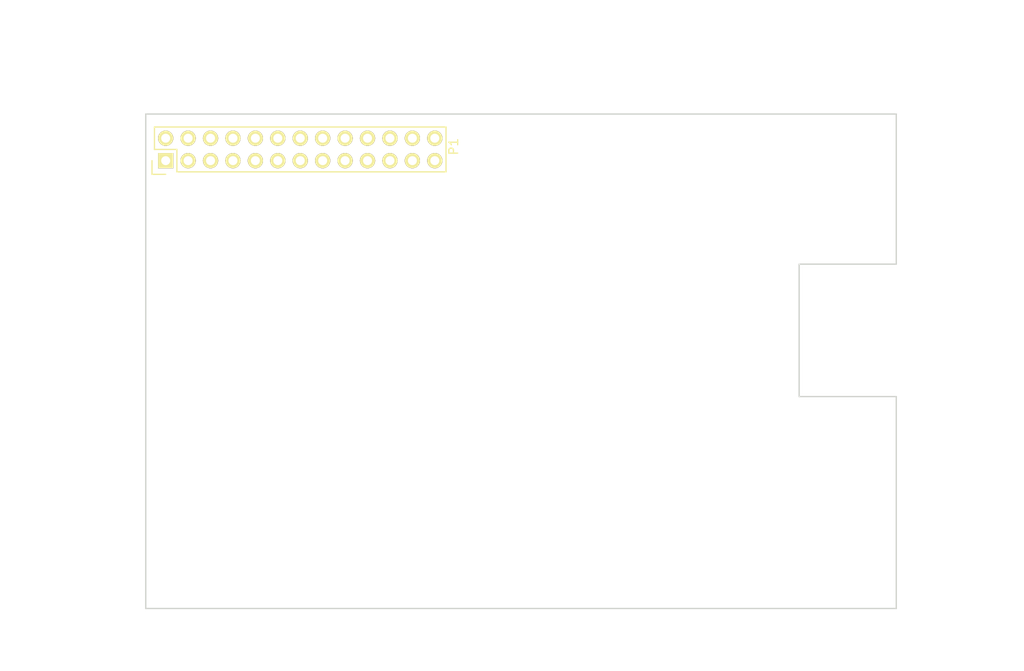
<source format=kicad_pcb>
(kicad_pcb (version 20221018) (generator pcbnew)
  (title_block (date "15 nov 2012"))
  (layers (0 "F.Cu" signal) (31 "B.Cu" signal) (34 "B.Paste" user) (35 "F.Paste" user) (36 "B.SilkS" user "B.Silkscreen") (37 "F.SilkS" user "F.Silkscreen") (38 "B.Mask" user) (39 "F.Mask" user) (44 "Edge.Cuts" user))
  (net 0 "")
  (net 1 "+5V")
  (net 2 "GND")
  (net 3 "+3V3")
  (net 4 "/GPIO0(SDA)")
  (net 5 "Net-(P1-Pad4)")
  (net 6 "/GPIO1(SCL)")
  (net 7 "/GPIO4")
  (net 8 "/TXD")
  (net 9 "Net-(P1-Pad9)")
  (net 10 "/RXD")
  (net 11 "/GPIO17")
  (net 12 "/GPIO18")
  (net 13 "/GPIO21")
  (net 14 "Net-(P1-Pad14)")
  (net 15 "/GPIO22")
  (net 16 "/GPIO23")
  (net 17 "Net-(P1-Pad17)")
  (net 18 "/GPIO24")
  (net 19 "/GPIO10(MOSI)")
  (net 20 "Net-(P1-Pad20)")
  (net 21 "/GPIO9(MISO)")
  (net 22 "/GPIO25")
  (net 23 "/GPIO11(SCLK)")
  (net 24 "/GPIO8(CE0)")
  (net 25 "Net-(P1-Pad25)")
  (net 26 "/GPIO7(CE1)")
  (footprint "Pin_Headers:Pin_Header_Straight_2x13" (layer "F.Cu") (at 145.75536 130.27914 90)
    (fp_text reference "P1" (at 1.5875 32.6136 90) (layer "F.SilkS"))
    (fp_text value "CONN_13X2")
    (fp_line (start -1.55 -1.55) (end -1.55 0) (stroke (width 0.15)) (layer "F.SilkS"))
    (fp_line (start -1.27 1.27) (end -1.27 31.75) (stroke (width 0.15)) (layer "F.SilkS"))
    (fp_line (start 0 -1.55) (end -1.55 -1.55) (stroke (width 0.15)) (layer "F.SilkS"))
    (fp_line (start 1.27 -1.27) (end 1.27 1.27) (stroke (width 0.15)) (layer "F.SilkS"))
    (fp_line (start 1.27 1.27) (end -1.27 1.27) (stroke (width 0.15)) (layer "F.SilkS"))
    (fp_line (start 3.81 -1.27) (end 1.27 -1.27) (stroke (width 0.15)) (layer "F.SilkS"))
    (fp_line (start 3.81 -1.27) (end 3.81 31.75) (stroke (width 0.15)) (layer "F.SilkS"))
    (fp_line (start 3.81 31.75) (end -1.27 31.75) (stroke (width 0.15)) (layer "F.SilkS"))
    (pad "1" thru_hole rect locked (at 0 0 90) (size 1.7272 1.7272) (drill 1.016) (layers "*.Cu" "*.Mask" "F.SilkS") (net 3 "+3V3"))
    (pad "2" thru_hole oval locked (at 2.54 0 90) (size 1.7272 1.7272) (drill 1.016) (layers "*.Cu" "*.Mask" "F.SilkS") (net 1 "+5V"))
    (pad "3" thru_hole oval locked (at 0 2.54 90) (size 1.7272 1.7272) (drill 1.016) (layers "*.Cu" "*.Mask" "F.SilkS") (net 4 "/GPIO0(SDA)"))
    (pad "4" thru_hole oval locked (at 2.54 2.54 90) (size 1.7272 1.7272) (drill 1.016) (layers "*.Cu" "*.Mask" "F.SilkS") (net 5 "Net-(P1-Pad4)"))
    (pad "5" thru_hole oval locked (at 0 5.08 90) (size 1.7272 1.7272) (drill 1.016) (layers "*.Cu" "*.Mask" "F.SilkS") (net 6 "/GPIO1(SCL)"))
    (pad "6" thru_hole oval locked (at 2.54 5.08 90) (size 1.7272 1.7272) (drill 1.016) (layers "*.Cu" "*.Mask" "F.SilkS") (net 2 "GND"))
    (pad "7" thru_hole oval locked (at 0 7.62 90) (size 1.7272 1.7272) (drill 1.016) (layers "*.Cu" "*.Mask" "F.SilkS") (net 7 "/GPIO4"))
    (pad "8" thru_hole oval locked (at 2.54 7.62 90) (size 1.7272 1.7272) (drill 1.016) (layers "*.Cu" "*.Mask" "F.SilkS") (net 8 "/TXD"))
    (pad "9" thru_hole oval locked (at 0 10.16 90) (size 1.7272 1.7272) (drill 1.016) (layers "*.Cu" "*.Mask" "F.SilkS") (net 9 "Net-(P1-Pad9)"))
    (pad "10" thru_hole oval locked (at 2.54 10.16 90) (size 1.7272 1.7272) (drill 1.016) (layers "*.Cu" "*.Mask" "F.SilkS") (net 10 "/RXD"))
    (pad "11" thru_hole oval locked (at 0 12.7 90) (size 1.7272 1.7272) (drill 1.016) (layers "*.Cu" "*.Mask" "F.SilkS") (net 11 "/GPIO17"))
    (pad "12" thru_hole oval locked (at 2.54 12.7 90) (size 1.7272 1.7272) (drill 1.016) (layers "*.Cu" "*.Mask" "F.SilkS") (net 12 "/GPIO18"))
    (pad "13" thru_hole oval locked (at 0 15.24 90) (size 1.7272 1.7272) (drill 1.016) (layers "*.Cu" "*.Mask" "F.SilkS") (net 13 "/GPIO21"))
    (pad "14" thru_hole oval locked (at 2.54 15.24 90) (size 1.7272 1.7272) (drill 1.016) (layers "*.Cu" "*.Mask" "F.SilkS") (net 14 "Net-(P1-Pad14)"))
    (pad "15" thru_hole oval locked (at 0 17.78 90) (size 1.7272 1.7272) (drill 1.016) (layers "*.Cu" "*.Mask" "F.SilkS") (net 15 "/GPIO22"))
    (pad "16" thru_hole oval locked (at 2.54 17.78 90) (size 1.7272 1.7272) (drill 1.016) (layers "*.Cu" "*.Mask" "F.SilkS") (net 16 "/GPIO23"))
    (pad "17" thru_hole oval locked (at 0 20.32 90) (size 1.7272 1.7272) (drill 1.016) (layers "*.Cu" "*.Mask" "F.SilkS") (net 17 "Net-(P1-Pad17)"))
    (pad "18" thru_hole oval locked (at 2.54 20.32 90) (size 1.7272 1.7272) (drill 1.016) (layers "*.Cu" "*.Mask" "F.SilkS") (net 18 "/GPIO24"))
    (pad "19" thru_hole oval locked (at 0 22.86 90) (size 1.7272 1.7272) (drill 1.016) (layers "*.Cu" "*.Mask" "F.SilkS") (net 19 "/GPIO10(MOSI)"))
    (pad "20" thru_hole oval locked (at 2.54 22.86 90) (size 1.7272 1.7272) (drill 1.016) (layers "*.Cu" "*.Mask" "F.SilkS") (net 20 "Net-(P1-Pad20)"))
    (pad "21" thru_hole oval locked (at 0 25.4 90) (size 1.7272 1.7272) (drill 1.016) (layers "*.Cu" "*.Mask" "F.SilkS") (net 21 "/GPIO9(MISO)"))
    (pad "22" thru_hole oval locked (at 2.54 25.4 90) (size 1.7272 1.7272) (drill 1.016) (layers "*.Cu" "*.Mask" "F.SilkS") (net 22 "/GPIO25"))
    (pad "23" thru_hole oval locked (at 0 27.94 90) (size 1.7272 1.7272) (drill 1.016) (layers "*.Cu" "*.Mask" "F.SilkS") (net 23 "/GPIO11(SCLK)"))
    (pad "24" thru_hole oval locked (at 2.54 27.94 90) (size 1.7272 1.7272) (drill 1.016) (layers "*.Cu" "*.Mask" "F.SilkS") (net 24 "/GPIO8(CE0)"))
    (pad "25" thru_hole oval locked (at 0 30.48 90) (size 1.7272 1.7272) (drill 1.016) (layers "*.Cu" "*.Mask" "F.SilkS") (net 25 "Net-(P1-Pad25)"))
    (pad "26" thru_hole oval locked (at 2.54 30.48 90) (size 1.7272 1.7272) (drill 1.016) (layers "*.Cu" "*.Mask" "F.SilkS") (net 26 "/GPIO7(CE1)"))
  )
  (gr_line (start 217.5 157) (end 217.5 142) (stroke (width 0.15)) (layer "Edge.Cuts"))
  (gr_line (start 228.5 125) (end 143.5 125) (stroke (width 0.15)) (layer "Edge.Cuts"))
  (gr_line (start 217.5 142) (end 228.5 142) (stroke (width 0.15)) (layer "Edge.Cuts"))
  (gr_line (start 228.5 157) (end 217.5 157) (stroke (width 0.15)) (layer "Edge.Cuts"))
  (gr_line (start 228.5 142) (end 228.5 125) (stroke (width 0.15)) (layer "Edge.Cuts"))
  (gr_line (start 143.5 125) (end 143.5 181) (stroke (width 0.15)) (layer "Edge.Cuts"))
  (gr_line (start 228.5 181) (end 228.5 157) (stroke (width 0.15)) (layer "Edge.Cuts"))
  (gr_line (start 143.5 181) (end 228.5 181) (stroke (width 0.15)) (layer "Edge.Cuts"))
)
</source>
